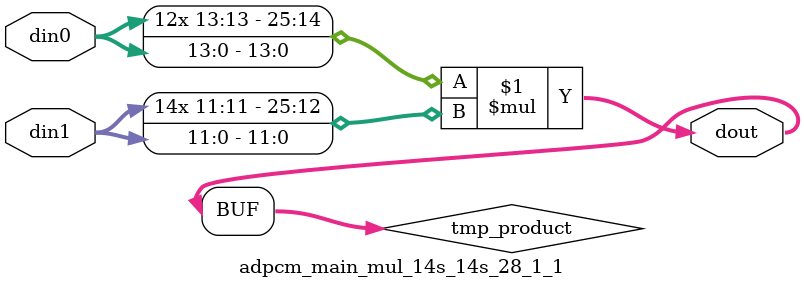
<source format=v>

`timescale 1 ns / 1 ps

  module adpcm_main_mul_14s_14s_28_1_1(din0, din1, dout);
parameter ID = 1;
parameter NUM_STAGE = 0;
parameter din0_WIDTH = 14;
parameter din1_WIDTH = 12;
parameter dout_WIDTH = 26;

input [din0_WIDTH - 1 : 0] din0; 
input [din1_WIDTH - 1 : 0] din1; 
output [dout_WIDTH - 1 : 0] dout;

wire signed [dout_WIDTH - 1 : 0] tmp_product;













assign tmp_product = $signed(din0) * $signed(din1);








assign dout = tmp_product;







endmodule

</source>
